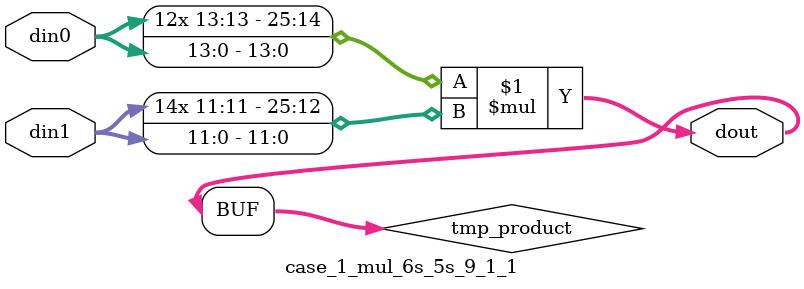
<source format=v>

`timescale 1 ns / 1 ps

 module case_1_mul_6s_5s_9_1_1(din0, din1, dout);
parameter ID = 1;
parameter NUM_STAGE = 0;
parameter din0_WIDTH = 14;
parameter din1_WIDTH = 12;
parameter dout_WIDTH = 26;

input [din0_WIDTH - 1 : 0] din0; 
input [din1_WIDTH - 1 : 0] din1; 
output [dout_WIDTH - 1 : 0] dout;

wire signed [dout_WIDTH - 1 : 0] tmp_product;



























assign tmp_product = $signed(din0) * $signed(din1);








assign dout = tmp_product;





















endmodule

</source>
